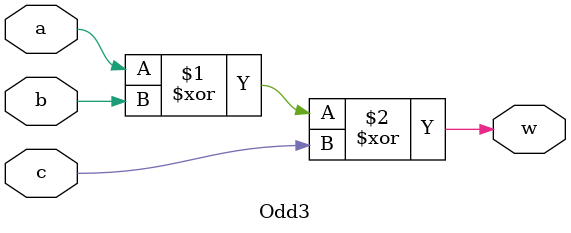
<source format=v>
`timescale 1ns/1ns
module Odd3(input a,b,c,output w);
	assign #65 w= a^b^c;
endmodule

</source>
